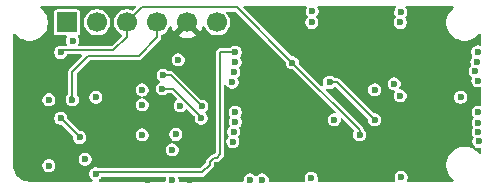
<source format=gbr>
%TF.GenerationSoftware,KiCad,Pcbnew,9.0.1*%
%TF.CreationDate,2025-08-04T21:34:24+02:00*%
%TF.ProjectId,rev1.0,72657631-2e30-42e6-9b69-6361645f7063,rev?*%
%TF.SameCoordinates,Original*%
%TF.FileFunction,Copper,L3,Inr*%
%TF.FilePolarity,Positive*%
%FSLAX46Y46*%
G04 Gerber Fmt 4.6, Leading zero omitted, Abs format (unit mm)*
G04 Created by KiCad (PCBNEW 9.0.1) date 2025-08-04 21:34:24*
%MOMM*%
%LPD*%
G01*
G04 APERTURE LIST*
%TA.AperFunction,ComponentPad*%
%ADD10R,1.700000X1.700000*%
%TD*%
%TA.AperFunction,ComponentPad*%
%ADD11C,1.700000*%
%TD*%
%TA.AperFunction,ViaPad*%
%ADD12C,0.600000*%
%TD*%
%TA.AperFunction,Conductor*%
%ADD13C,0.200000*%
%TD*%
G04 APERTURE END LIST*
D10*
%TO.N,PISO out*%
%TO.C,J1*%
X207010000Y-95885000D03*
D11*
%TO.N,SIPO in*%
X209550000Y-95885000D03*
%TO.N,Clock*%
X212090000Y-95885000D03*
%TO.N,Shift{slash}load*%
X214630000Y-95885000D03*
%TO.N,VCC*%
X217170000Y-95885000D03*
%TO.N,GND*%
X219710000Y-95885000D03*
%TD*%
D12*
%TO.N,GND*%
X208551832Y-107475378D03*
%TO.N,VCC*%
X205536535Y-100176279D03*
X206576293Y-105998922D03*
%TO.N,GND*%
X205470000Y-108000000D03*
X205470000Y-102425000D03*
%TO.N,SIPO in*%
X209447842Y-102230743D03*
%TO.N,GND*%
X207476294Y-97433704D03*
%TO.N,VCC*%
X211455000Y-100330000D03*
X210820000Y-100330000D03*
X211455000Y-102870000D03*
X210820000Y-102870000D03*
X210820000Y-105410000D03*
X211455000Y-105410000D03*
X210820000Y-106680000D03*
X211455000Y-106680000D03*
X210820000Y-107950000D03*
X211455000Y-107950000D03*
%TO.N,SIPO out*%
X209426139Y-108703471D03*
%TO.N,VCC*%
X204470000Y-104775000D03*
X204470000Y-97790000D03*
X204470000Y-99060000D03*
X204470000Y-98425000D03*
X204470000Y-103505000D03*
X204470000Y-104140000D03*
%TO.N,Clock*%
X206470000Y-104000000D03*
X208075732Y-105622014D03*
%TO.N,Shift{slash}load*%
X207470000Y-102425000D03*
%TO.N,Clock*%
X206470000Y-98425000D03*
%TO.N,VCC*%
X230556764Y-105358236D03*
X220345000Y-107950000D03*
X233045000Y-99060000D03*
X241589833Y-102239631D03*
X223520000Y-94996000D03*
X220980000Y-107950000D03*
X226934011Y-98367396D03*
X232410000Y-99060000D03*
X217424000Y-109220000D03*
X219710000Y-107950000D03*
X213868000Y-109220000D03*
X231775000Y-99060000D03*
X230505000Y-104775000D03*
%TO.N,GND*%
X235235000Y-95885000D03*
X235204000Y-102108000D03*
X227735000Y-95885000D03*
X229616000Y-104140000D03*
X227695226Y-109068412D03*
X227761953Y-94939361D03*
X235287856Y-109000215D03*
X235248499Y-95015136D03*
X234696000Y-101092000D03*
X223520000Y-109220000D03*
X222504000Y-109220000D03*
X215900000Y-109220000D03*
X240330558Y-102219643D03*
%TO.N,Net-(RN1-R4.2)*%
X213360000Y-105410000D03*
%TO.N,Net-(RN2-R3.2)*%
X218419793Y-102996024D03*
X215143489Y-100361727D03*
%TO.N,Net-(RN2-R2.2)*%
X218365909Y-103978347D03*
X215091735Y-101491698D03*
%TO.N,Net-(RN2-R4.2)*%
X216408000Y-99060000D03*
%TO.N,Net-(RN2-R1.2)*%
X216576921Y-102926367D03*
%TO.N,SIPO in*%
X233045000Y-101600000D03*
%TO.N,SIPO out*%
X221265000Y-98425000D03*
%TO.N,Net-(RN3-R1.1)*%
X241793421Y-100818455D03*
%TO.N,Net-(RN3-R2.1)*%
X241585000Y-100023904D03*
%TO.N,Net-(RN3-R3.1)*%
X241708754Y-99190257D03*
%TO.N,Net-(RN3-R4.1)*%
X241773873Y-98379399D03*
%TO.N,Net-(RN6-R3.1)*%
X241843353Y-104361437D03*
%TO.N,Net-(RN6-R4.1)*%
X241832882Y-103497403D03*
%TO.N,Net-(RN6-R2.1)*%
X241824311Y-105161213D03*
%TO.N,Net-(RN6-R1.1)*%
X241874969Y-105959610D03*
%TO.N,Net-(RN4-R4.1)*%
X220980000Y-100928346D03*
%TO.N,Net-(RN4-R2.1)*%
X221255220Y-99234227D03*
%TO.N,Net-(RN4-R3.1)*%
X221137989Y-100084157D03*
%TO.N,Net-(RN5-R1.1)*%
X221265000Y-103505000D03*
%TO.N,Net-(RN5-R3.1)*%
X221112634Y-105118470D03*
%TO.N,Net-(RN5-R2.1)*%
X221264999Y-104305000D03*
%TO.N,Net-(RN5-R4.1)*%
X221060000Y-105963162D03*
%TO.N,Clock*%
X231775000Y-105410000D03*
X226095889Y-99290867D03*
%TO.N,Shift{slash}load*%
X233045000Y-104140000D03*
X229235000Y-100965000D03*
%TO.N,Net-(RN1-R2.2)*%
X215900000Y-106680000D03*
X213360000Y-102870000D03*
%TO.N,Net-(RN1-R1.2)*%
X213360000Y-101600000D03*
%TO.N,Net-(RN1-R3.2)*%
X216226140Y-105368169D03*
%TD*%
D13*
%TO.N,Clock*%
X208075732Y-105605732D02*
X206470000Y-104000000D01*
X208075732Y-105622014D02*
X208075732Y-105605732D01*
%TO.N,SIPO out*%
X219964000Y-98425000D02*
X221265000Y-98425000D01*
X219964000Y-107061000D02*
X219964000Y-98425000D01*
X219109000Y-107701057D02*
X219461057Y-107349000D01*
X219109000Y-107916000D02*
X219109000Y-107701057D01*
X218440000Y-108585000D02*
X219109000Y-107916000D01*
X219461057Y-107349000D02*
X219676000Y-107349000D01*
X209307668Y-108585000D02*
X218440000Y-108585000D01*
X219676000Y-107349000D02*
X219964000Y-107061000D01*
%TO.N,Shift{slash}load*%
X213082688Y-98702312D02*
X214630000Y-97155000D01*
X208807407Y-98702312D02*
X213082688Y-98702312D01*
X214630000Y-97155000D02*
X214630000Y-95885000D01*
X207470000Y-100039719D02*
X208807407Y-98702312D01*
X207470000Y-102425000D02*
X207470000Y-100039719D01*
X207280000Y-102235000D02*
X207470000Y-102425000D01*
%TO.N,Clock*%
X212090000Y-97087081D02*
X212090000Y-95885000D01*
X206654318Y-98235000D02*
X210942081Y-98235000D01*
X206470000Y-98419318D02*
X206654318Y-98235000D01*
X210942081Y-98235000D02*
X212090000Y-97087081D01*
X206470000Y-98425000D02*
X206470000Y-98419318D01*
%TO.N,Net-(RN2-R3.2)*%
X215785496Y-100361727D02*
X215143489Y-100361727D01*
X218419793Y-102996024D02*
X215785496Y-100361727D01*
%TO.N,Net-(RN2-R2.2)*%
X215992195Y-101491698D02*
X215091735Y-101491698D01*
X218365909Y-103978347D02*
X218365909Y-103865412D01*
X218365909Y-103865412D02*
X215992195Y-101491698D01*
%TO.N,Clock*%
X226095889Y-99290867D02*
X221420022Y-94615000D01*
X221420022Y-94615000D02*
X213360000Y-94615000D01*
X226095889Y-99290867D02*
X231775000Y-104969978D01*
X231775000Y-104969978D02*
X231775000Y-105410000D01*
X213360000Y-94615000D02*
X212090000Y-95885000D01*
%TO.N,Shift{slash}load*%
X233045000Y-104140000D02*
X229870000Y-100965000D01*
X229870000Y-100965000D02*
X229235000Y-100965000D01*
%TD*%
%TA.AperFunction,Conductor*%
%TO.N,VCC*%
G36*
X212818002Y-94499407D02*
G01*
X212853966Y-94548907D01*
X212853966Y-94610093D01*
X212829814Y-94649504D01*
X212630707Y-94848609D01*
X212576191Y-94876386D01*
X212515765Y-94866818D01*
X212512445Y-94865126D01*
X212512438Y-94865123D01*
X212347706Y-94811598D01*
X212347702Y-94811597D01*
X212176614Y-94784500D01*
X212176611Y-94784500D01*
X212003389Y-94784500D01*
X212003386Y-94784500D01*
X211832297Y-94811597D01*
X211832293Y-94811598D01*
X211667561Y-94865123D01*
X211667558Y-94865125D01*
X211513214Y-94943766D01*
X211373073Y-95045585D01*
X211250585Y-95168073D01*
X211148766Y-95308214D01*
X211070125Y-95462558D01*
X211070123Y-95462561D01*
X211016598Y-95627293D01*
X211016597Y-95627297D01*
X210989500Y-95798385D01*
X210989500Y-95971614D01*
X211016597Y-96142702D01*
X211016598Y-96142706D01*
X211070123Y-96307438D01*
X211070125Y-96307441D01*
X211135373Y-96435500D01*
X211148768Y-96461788D01*
X211250586Y-96601928D01*
X211373072Y-96724414D01*
X211513212Y-96826232D01*
X211513214Y-96826233D01*
X211618332Y-96879793D01*
X211661597Y-96923058D01*
X211671168Y-96983490D01*
X211643391Y-97038006D01*
X211643391Y-97038007D01*
X210825895Y-97855504D01*
X210771378Y-97883281D01*
X210755891Y-97884500D01*
X208023162Y-97884500D01*
X207964971Y-97865593D01*
X207929007Y-97816093D01*
X207929007Y-97754907D01*
X207937426Y-97736000D01*
X207989276Y-97646193D01*
X207989276Y-97646191D01*
X207989278Y-97646189D01*
X208026794Y-97506179D01*
X208026794Y-97361229D01*
X207989278Y-97221219D01*
X207922597Y-97105725D01*
X207909876Y-97045878D01*
X207934762Y-96989983D01*
X207953334Y-96973910D01*
X208040597Y-96915604D01*
X208040597Y-96915603D01*
X208040601Y-96915601D01*
X208095966Y-96832740D01*
X208110500Y-96759674D01*
X208110500Y-95798385D01*
X208449500Y-95798385D01*
X208449500Y-95971614D01*
X208476597Y-96142702D01*
X208476598Y-96142706D01*
X208530123Y-96307438D01*
X208530125Y-96307441D01*
X208595373Y-96435500D01*
X208608768Y-96461788D01*
X208710586Y-96601928D01*
X208833072Y-96724414D01*
X208973212Y-96826232D01*
X209127555Y-96904873D01*
X209127557Y-96904873D01*
X209127558Y-96904874D01*
X209127561Y-96904876D01*
X209292293Y-96958401D01*
X209292297Y-96958402D01*
X209463386Y-96985500D01*
X209463389Y-96985500D01*
X209636614Y-96985500D01*
X209807702Y-96958402D01*
X209807706Y-96958401D01*
X209972438Y-96904876D01*
X209972440Y-96904874D01*
X209972445Y-96904873D01*
X210126788Y-96826232D01*
X210266928Y-96724414D01*
X210389414Y-96601928D01*
X210491232Y-96461788D01*
X210569873Y-96307445D01*
X210569874Y-96307440D01*
X210569876Y-96307438D01*
X210623401Y-96142706D01*
X210623402Y-96142702D01*
X210650500Y-95971614D01*
X210650500Y-95798385D01*
X210623402Y-95627297D01*
X210623401Y-95627293D01*
X210569876Y-95462561D01*
X210569874Y-95462558D01*
X210569873Y-95462557D01*
X210569873Y-95462555D01*
X210491232Y-95308212D01*
X210389414Y-95168072D01*
X210266928Y-95045586D01*
X210126788Y-94943768D01*
X210126787Y-94943767D01*
X210126785Y-94943766D01*
X209972441Y-94865125D01*
X209972438Y-94865123D01*
X209807706Y-94811598D01*
X209807702Y-94811597D01*
X209636614Y-94784500D01*
X209636611Y-94784500D01*
X209463389Y-94784500D01*
X209463386Y-94784500D01*
X209292297Y-94811597D01*
X209292293Y-94811598D01*
X209127561Y-94865123D01*
X209127558Y-94865125D01*
X208973214Y-94943766D01*
X208833073Y-95045585D01*
X208710585Y-95168073D01*
X208608766Y-95308214D01*
X208530125Y-95462558D01*
X208530123Y-95462561D01*
X208476598Y-95627293D01*
X208476597Y-95627297D01*
X208449500Y-95798385D01*
X208110500Y-95798385D01*
X208110500Y-95010326D01*
X208095966Y-94937260D01*
X208054311Y-94874918D01*
X208040602Y-94854400D01*
X208040599Y-94854397D01*
X207957742Y-94799035D01*
X207957740Y-94799034D01*
X207957737Y-94799033D01*
X207957736Y-94799033D01*
X207884684Y-94784501D01*
X207884674Y-94784500D01*
X206135326Y-94784500D01*
X206135325Y-94784500D01*
X206135315Y-94784501D01*
X206062263Y-94799033D01*
X206062257Y-94799035D01*
X205979400Y-94854397D01*
X205979397Y-94854400D01*
X205924035Y-94937257D01*
X205924033Y-94937263D01*
X205909501Y-95010315D01*
X205909500Y-95010327D01*
X205909500Y-96759672D01*
X205909501Y-96759684D01*
X205924033Y-96832736D01*
X205924035Y-96832742D01*
X205979397Y-96915599D01*
X205979400Y-96915602D01*
X206030045Y-96949441D01*
X206062260Y-96970966D01*
X206117808Y-96982015D01*
X206135315Y-96985498D01*
X206135320Y-96985498D01*
X206135326Y-96985500D01*
X206927929Y-96985500D01*
X206986120Y-97004407D01*
X207022084Y-97053907D01*
X207022084Y-97115093D01*
X207013666Y-97134000D01*
X206963310Y-97221217D01*
X206925794Y-97361229D01*
X206925794Y-97506178D01*
X206963311Y-97646193D01*
X207015162Y-97736000D01*
X207027884Y-97795848D01*
X207002998Y-97851744D01*
X206950010Y-97882337D01*
X206929426Y-97884500D01*
X206601686Y-97884500D01*
X206601686Y-97883978D01*
X206570126Y-97881908D01*
X206542477Y-97874500D01*
X206542475Y-97874500D01*
X206397525Y-97874500D01*
X206362153Y-97883978D01*
X206257510Y-97912017D01*
X206131989Y-97984487D01*
X206029487Y-98086989D01*
X205957017Y-98212510D01*
X205919500Y-98352525D01*
X205919500Y-98497474D01*
X205957017Y-98637489D01*
X206029487Y-98763010D01*
X206029489Y-98763012D01*
X206029491Y-98763015D01*
X206131985Y-98865509D01*
X206131987Y-98865510D01*
X206131989Y-98865512D01*
X206257511Y-98937982D01*
X206257512Y-98937982D01*
X206257515Y-98937984D01*
X206397525Y-98975500D01*
X206397526Y-98975500D01*
X206542474Y-98975500D01*
X206542475Y-98975500D01*
X206682485Y-98937984D01*
X206682487Y-98937982D01*
X206682489Y-98937982D01*
X206808010Y-98865512D01*
X206808010Y-98865511D01*
X206808015Y-98865509D01*
X206910509Y-98763015D01*
X206982984Y-98637485D01*
X206982984Y-98637482D01*
X206984418Y-98635000D01*
X207029888Y-98594059D01*
X207070155Y-98585500D01*
X208189529Y-98585500D01*
X208247720Y-98604407D01*
X208283684Y-98653907D01*
X208283684Y-98715093D01*
X208259533Y-98754504D01*
X207189530Y-99824507D01*
X207143386Y-99904431D01*
X207119837Y-99992320D01*
X207119500Y-99993576D01*
X207119500Y-101865784D01*
X207100593Y-101923975D01*
X207070004Y-101951518D01*
X207064790Y-101954528D01*
X206999530Y-102019788D01*
X206953384Y-102099715D01*
X206929501Y-102188855D01*
X206929501Y-102281152D01*
X206929937Y-102284467D01*
X206927411Y-102322998D01*
X206919500Y-102352525D01*
X206919500Y-102497475D01*
X206943851Y-102588352D01*
X206957017Y-102637489D01*
X207029487Y-102763010D01*
X207029489Y-102763012D01*
X207029491Y-102763015D01*
X207131985Y-102865509D01*
X207131987Y-102865510D01*
X207131989Y-102865512D01*
X207257511Y-102937982D01*
X207257512Y-102937982D01*
X207257515Y-102937984D01*
X207397525Y-102975500D01*
X207397526Y-102975500D01*
X207542474Y-102975500D01*
X207542475Y-102975500D01*
X207682485Y-102937984D01*
X207682487Y-102937982D01*
X207682489Y-102937982D01*
X207808010Y-102865512D01*
X207808010Y-102865511D01*
X207808015Y-102865509D01*
X207910509Y-102763015D01*
X207963489Y-102671252D01*
X207982982Y-102637489D01*
X207982982Y-102637487D01*
X207982984Y-102637485D01*
X208020500Y-102497475D01*
X208020500Y-102352525D01*
X207982984Y-102212515D01*
X207982981Y-102212510D01*
X207976497Y-102201278D01*
X207976496Y-102201276D01*
X207951665Y-102158268D01*
X208897342Y-102158268D01*
X208897342Y-102303218D01*
X208926861Y-102413383D01*
X208934859Y-102443232D01*
X209007329Y-102568753D01*
X209007331Y-102568755D01*
X209007333Y-102568758D01*
X209109827Y-102671252D01*
X209109829Y-102671253D01*
X209109831Y-102671255D01*
X209235353Y-102743725D01*
X209235354Y-102743725D01*
X209235357Y-102743727D01*
X209375367Y-102781243D01*
X209375368Y-102781243D01*
X209520316Y-102781243D01*
X209520317Y-102781243D01*
X209660327Y-102743727D01*
X209660329Y-102743725D01*
X209660331Y-102743725D01*
X209785852Y-102671255D01*
X209785852Y-102671254D01*
X209785857Y-102671252D01*
X209888351Y-102568758D01*
X209894760Y-102557658D01*
X209960824Y-102443232D01*
X209960824Y-102443230D01*
X209960826Y-102443228D01*
X209998342Y-102303218D01*
X209998342Y-102158268D01*
X209960826Y-102018258D01*
X209960824Y-102018255D01*
X209960824Y-102018253D01*
X209888354Y-101892732D01*
X209888352Y-101892730D01*
X209888351Y-101892728D01*
X209785857Y-101790234D01*
X209785854Y-101790232D01*
X209785852Y-101790230D01*
X209660330Y-101717760D01*
X209660331Y-101717760D01*
X209609661Y-101704183D01*
X209520317Y-101680243D01*
X209375367Y-101680243D01*
X209313632Y-101696784D01*
X209235352Y-101717760D01*
X209109831Y-101790230D01*
X209007329Y-101892732D01*
X208934859Y-102018253D01*
X208934858Y-102018258D01*
X208897342Y-102158268D01*
X207951665Y-102158268D01*
X207910512Y-102086989D01*
X207910508Y-102086984D01*
X207849496Y-102025971D01*
X207821719Y-101971454D01*
X207820500Y-101955968D01*
X207820500Y-101527525D01*
X212809500Y-101527525D01*
X212809500Y-101672475D01*
X212817996Y-101704183D01*
X212847017Y-101812489D01*
X212919487Y-101938010D01*
X212919489Y-101938012D01*
X212919491Y-101938015D01*
X213021985Y-102040509D01*
X213021987Y-102040510D01*
X213021989Y-102040512D01*
X213147509Y-102112981D01*
X213147510Y-102112981D01*
X213147515Y-102112984D01*
X213246002Y-102139373D01*
X213297315Y-102172698D01*
X213319241Y-102229819D01*
X213303405Y-102288920D01*
X213255855Y-102327425D01*
X213246010Y-102330623D01*
X213147515Y-102357016D01*
X213147513Y-102357016D01*
X213147509Y-102357018D01*
X213021989Y-102429487D01*
X212919487Y-102531989D01*
X212847017Y-102657510D01*
X212823916Y-102743725D01*
X212809500Y-102797525D01*
X212809500Y-102942475D01*
X212824604Y-102998842D01*
X212847017Y-103082489D01*
X212919487Y-103208010D01*
X212919489Y-103208012D01*
X212919491Y-103208015D01*
X213021985Y-103310509D01*
X213021987Y-103310510D01*
X213021989Y-103310512D01*
X213147511Y-103382982D01*
X213147512Y-103382982D01*
X213147515Y-103382984D01*
X213287525Y-103420500D01*
X213287526Y-103420500D01*
X213432474Y-103420500D01*
X213432475Y-103420500D01*
X213572485Y-103382984D01*
X213572487Y-103382982D01*
X213572489Y-103382982D01*
X213698010Y-103310512D01*
X213698010Y-103310511D01*
X213698015Y-103310509D01*
X213800509Y-103208015D01*
X213822939Y-103169165D01*
X213872982Y-103082489D01*
X213872982Y-103082487D01*
X213872984Y-103082485D01*
X213910500Y-102942475D01*
X213910500Y-102797525D01*
X213872984Y-102657515D01*
X213872982Y-102657512D01*
X213872982Y-102657510D01*
X213800512Y-102531989D01*
X213800510Y-102531987D01*
X213800509Y-102531985D01*
X213698015Y-102429491D01*
X213698012Y-102429489D01*
X213698010Y-102429487D01*
X213572488Y-102357017D01*
X213572489Y-102357017D01*
X213555728Y-102352526D01*
X213473997Y-102330626D01*
X213422684Y-102297303D01*
X213400758Y-102240181D01*
X213416594Y-102181081D01*
X213464144Y-102142575D01*
X213473989Y-102139376D01*
X213572485Y-102112984D01*
X213572487Y-102112982D01*
X213572489Y-102112982D01*
X213698010Y-102040512D01*
X213698010Y-102040511D01*
X213698015Y-102040509D01*
X213800509Y-101938015D01*
X213808615Y-101923975D01*
X213872982Y-101812489D01*
X213872982Y-101812487D01*
X213872984Y-101812485D01*
X213910500Y-101672475D01*
X213910500Y-101527525D01*
X213886607Y-101438356D01*
X213886607Y-101438354D01*
X213881481Y-101419223D01*
X214541235Y-101419223D01*
X214541235Y-101564173D01*
X214562223Y-101642500D01*
X214578752Y-101704187D01*
X214651222Y-101829708D01*
X214651224Y-101829710D01*
X214651226Y-101829713D01*
X214753720Y-101932207D01*
X214753722Y-101932208D01*
X214753724Y-101932210D01*
X214879246Y-102004680D01*
X214879247Y-102004680D01*
X214879250Y-102004682D01*
X215019260Y-102042198D01*
X215019261Y-102042198D01*
X215164209Y-102042198D01*
X215164210Y-102042198D01*
X215304220Y-102004682D01*
X215304222Y-102004680D01*
X215304224Y-102004680D01*
X215429745Y-101932210D01*
X215429745Y-101932209D01*
X215429750Y-101932207D01*
X215469229Y-101892728D01*
X215490764Y-101871194D01*
X215545281Y-101843417D01*
X215560767Y-101842198D01*
X215806005Y-101842198D01*
X215864196Y-101861105D01*
X215876009Y-101871194D01*
X216307289Y-102302474D01*
X216335066Y-102356991D01*
X216325495Y-102417423D01*
X216286785Y-102458214D01*
X216238910Y-102485854D01*
X216136408Y-102588356D01*
X216063938Y-102713877D01*
X216045272Y-102783539D01*
X216026421Y-102853892D01*
X216026421Y-102998842D01*
X216045086Y-103068499D01*
X216063938Y-103138856D01*
X216136408Y-103264377D01*
X216136410Y-103264379D01*
X216136412Y-103264382D01*
X216238906Y-103366876D01*
X216238908Y-103366877D01*
X216238910Y-103366879D01*
X216364432Y-103439349D01*
X216364433Y-103439349D01*
X216364436Y-103439351D01*
X216504446Y-103476867D01*
X216504447Y-103476867D01*
X216649395Y-103476867D01*
X216649396Y-103476867D01*
X216789406Y-103439351D01*
X216789408Y-103439349D01*
X216789410Y-103439349D01*
X216914931Y-103366879D01*
X216914931Y-103366878D01*
X216914936Y-103366876D01*
X217017430Y-103264382D01*
X217045074Y-103216501D01*
X217090541Y-103175562D01*
X217151391Y-103169165D01*
X217200813Y-103195998D01*
X217795127Y-103790312D01*
X217822904Y-103844829D01*
X217820750Y-103885937D01*
X217815409Y-103905869D01*
X217815409Y-103905872D01*
X217815409Y-104050822D01*
X217826581Y-104092515D01*
X217852926Y-104190836D01*
X217925396Y-104316357D01*
X217925398Y-104316359D01*
X217925400Y-104316362D01*
X218027894Y-104418856D01*
X218027896Y-104418857D01*
X218027898Y-104418859D01*
X218153420Y-104491329D01*
X218153421Y-104491329D01*
X218153424Y-104491331D01*
X218293434Y-104528847D01*
X218293435Y-104528847D01*
X218438383Y-104528847D01*
X218438384Y-104528847D01*
X218578394Y-104491331D01*
X218578396Y-104491329D01*
X218578398Y-104491329D01*
X218703919Y-104418859D01*
X218703919Y-104418858D01*
X218703924Y-104418856D01*
X218806418Y-104316362D01*
X218806421Y-104316357D01*
X218878891Y-104190836D01*
X218878891Y-104190834D01*
X218878893Y-104190832D01*
X218916409Y-104050822D01*
X218916409Y-103905872D01*
X218878893Y-103765862D01*
X218878891Y-103765859D01*
X218878891Y-103765857D01*
X218806421Y-103640336D01*
X218806419Y-103640334D01*
X218806418Y-103640332D01*
X218749819Y-103583733D01*
X218722044Y-103529219D01*
X218731615Y-103468787D01*
X218753987Y-103441889D01*
X218753219Y-103441121D01*
X218757805Y-103436534D01*
X218757808Y-103436533D01*
X218860302Y-103334039D01*
X218860305Y-103334034D01*
X218932775Y-103208513D01*
X218932775Y-103208511D01*
X218932777Y-103208509D01*
X218970293Y-103068499D01*
X218970293Y-102923549D01*
X218932777Y-102783539D01*
X218932775Y-102783536D01*
X218932775Y-102783534D01*
X218860305Y-102658013D01*
X218860303Y-102658011D01*
X218860302Y-102658009D01*
X218757808Y-102555515D01*
X218757805Y-102555513D01*
X218757803Y-102555511D01*
X218632281Y-102483041D01*
X218632282Y-102483041D01*
X218539627Y-102458214D01*
X218492268Y-102445524D01*
X218492267Y-102445524D01*
X218405983Y-102445524D01*
X218347792Y-102426617D01*
X218335979Y-102416528D01*
X217168752Y-101249301D01*
X216000708Y-100081257D01*
X215920784Y-100035113D01*
X215831640Y-100011227D01*
X215831638Y-100011227D01*
X215612521Y-100011227D01*
X215554330Y-99992320D01*
X215542518Y-99982231D01*
X215481504Y-99921218D01*
X215481499Y-99921214D01*
X215355977Y-99848744D01*
X215355978Y-99848744D01*
X215265525Y-99824507D01*
X215215964Y-99811227D01*
X215071014Y-99811227D01*
X215021453Y-99824507D01*
X214930999Y-99848744D01*
X214805478Y-99921214D01*
X214702976Y-100023716D01*
X214630506Y-100149237D01*
X214628525Y-100156631D01*
X214592989Y-100289252D01*
X214592989Y-100434202D01*
X214597763Y-100452017D01*
X214630506Y-100574216D01*
X214702976Y-100699737D01*
X214702978Y-100699739D01*
X214702980Y-100699742D01*
X214805474Y-100802236D01*
X214805476Y-100802237D01*
X214805478Y-100802239D01*
X214846695Y-100826036D01*
X214887636Y-100871506D01*
X214894032Y-100932356D01*
X214863439Y-100985344D01*
X214846696Y-100997508D01*
X214753722Y-101051187D01*
X214651222Y-101153687D01*
X214578752Y-101279208D01*
X214549732Y-101387511D01*
X214541235Y-101419223D01*
X213881481Y-101419223D01*
X213872984Y-101387515D01*
X213872982Y-101387511D01*
X213800512Y-101261989D01*
X213800510Y-101261987D01*
X213800509Y-101261985D01*
X213698015Y-101159491D01*
X213698012Y-101159489D01*
X213698010Y-101159487D01*
X213572488Y-101087017D01*
X213572489Y-101087017D01*
X213542896Y-101079087D01*
X213432475Y-101049500D01*
X213287525Y-101049500D01*
X213225790Y-101066041D01*
X213147510Y-101087017D01*
X213021989Y-101159487D01*
X212919487Y-101261989D01*
X212847017Y-101387510D01*
X212821065Y-101484364D01*
X212809500Y-101527525D01*
X207820500Y-101527525D01*
X207820500Y-100225909D01*
X207839407Y-100167718D01*
X207849496Y-100155905D01*
X208923593Y-99081808D01*
X208978110Y-99054031D01*
X208993597Y-99052812D01*
X213128830Y-99052812D01*
X213128832Y-99052812D01*
X213217976Y-99028926D01*
X213250069Y-99010397D01*
X213289685Y-98987525D01*
X215857500Y-98987525D01*
X215857500Y-99132474D01*
X215895017Y-99272489D01*
X215967487Y-99398010D01*
X215967489Y-99398012D01*
X215967491Y-99398015D01*
X216069985Y-99500509D01*
X216069987Y-99500510D01*
X216069989Y-99500512D01*
X216195511Y-99572982D01*
X216195512Y-99572982D01*
X216195515Y-99572984D01*
X216335525Y-99610500D01*
X216335526Y-99610500D01*
X216480474Y-99610500D01*
X216480475Y-99610500D01*
X216620485Y-99572984D01*
X216620487Y-99572982D01*
X216620489Y-99572982D01*
X216746010Y-99500512D01*
X216746010Y-99500511D01*
X216746015Y-99500509D01*
X216848509Y-99398015D01*
X216878722Y-99345685D01*
X216920982Y-99272489D01*
X216920982Y-99272487D01*
X216920984Y-99272485D01*
X216958500Y-99132475D01*
X216958500Y-98987525D01*
X216920984Y-98847515D01*
X216920982Y-98847512D01*
X216920982Y-98847510D01*
X216848512Y-98721989D01*
X216848510Y-98721987D01*
X216848509Y-98721985D01*
X216746015Y-98619491D01*
X216746012Y-98619489D01*
X216746010Y-98619487D01*
X216620488Y-98547017D01*
X216620489Y-98547017D01*
X216590896Y-98539087D01*
X216480475Y-98509500D01*
X216335525Y-98509500D01*
X216273790Y-98526041D01*
X216195510Y-98547017D01*
X216069989Y-98619487D01*
X215967487Y-98721989D01*
X215895017Y-98847510D01*
X215857500Y-98987525D01*
X213289685Y-98987525D01*
X213297900Y-98982782D01*
X214910470Y-97370212D01*
X214956614Y-97290288D01*
X214958268Y-97284115D01*
X214975122Y-97221218D01*
X214980499Y-97201146D01*
X214980500Y-97201143D01*
X214980500Y-97000177D01*
X214987968Y-96977190D01*
X214992246Y-96953404D01*
X214996984Y-96949441D01*
X214999407Y-96941986D01*
X215036402Y-96911050D01*
X215042480Y-96908110D01*
X215052445Y-96904873D01*
X215206788Y-96826232D01*
X215346928Y-96724414D01*
X215469414Y-96601928D01*
X215571232Y-96461788D01*
X215649873Y-96307445D01*
X215674675Y-96231111D01*
X215710639Y-96181612D01*
X215768830Y-96162705D01*
X215827021Y-96181612D01*
X215862985Y-96231112D01*
X215918904Y-96403215D01*
X216015376Y-96592553D01*
X216015380Y-96592559D01*
X216054728Y-96646716D01*
X216054729Y-96646716D01*
X216687037Y-96014407D01*
X216704075Y-96077993D01*
X216769901Y-96192007D01*
X216862993Y-96285099D01*
X216977007Y-96350925D01*
X217040589Y-96367962D01*
X216408282Y-97000269D01*
X216408282Y-97000270D01*
X216462440Y-97039619D01*
X216462446Y-97039623D01*
X216651784Y-97136095D01*
X216853878Y-97201759D01*
X217063750Y-97235000D01*
X217276250Y-97235000D01*
X217486121Y-97201759D01*
X217688215Y-97136095D01*
X217877556Y-97039620D01*
X217931716Y-97000270D01*
X217299408Y-96367962D01*
X217362993Y-96350925D01*
X217477007Y-96285099D01*
X217570099Y-96192007D01*
X217635925Y-96077993D01*
X217652962Y-96014408D01*
X218285270Y-96646716D01*
X218324620Y-96592556D01*
X218421096Y-96403213D01*
X218477014Y-96231113D01*
X218512978Y-96181613D01*
X218571168Y-96162705D01*
X218629359Y-96181612D01*
X218665323Y-96231111D01*
X218690125Y-96307441D01*
X218755373Y-96435500D01*
X218768768Y-96461788D01*
X218870586Y-96601928D01*
X218993072Y-96724414D01*
X219133212Y-96826232D01*
X219287555Y-96904873D01*
X219287557Y-96904873D01*
X219287558Y-96904874D01*
X219287561Y-96904876D01*
X219452293Y-96958401D01*
X219452297Y-96958402D01*
X219623386Y-96985500D01*
X219623389Y-96985500D01*
X219796614Y-96985500D01*
X219967702Y-96958402D01*
X219967706Y-96958401D01*
X220132438Y-96904876D01*
X220132440Y-96904874D01*
X220132445Y-96904873D01*
X220286788Y-96826232D01*
X220426928Y-96724414D01*
X220549414Y-96601928D01*
X220651232Y-96461788D01*
X220729873Y-96307445D01*
X220729874Y-96307440D01*
X220729876Y-96307438D01*
X220783401Y-96142706D01*
X220783402Y-96142702D01*
X220810500Y-95971614D01*
X220810500Y-95798385D01*
X220783402Y-95627297D01*
X220783401Y-95627293D01*
X220729876Y-95462561D01*
X220729874Y-95462558D01*
X220729873Y-95462557D01*
X220729873Y-95462555D01*
X220651232Y-95308212D01*
X220549414Y-95168072D01*
X220515843Y-95134501D01*
X220488068Y-95079987D01*
X220497639Y-95019555D01*
X220540904Y-94976290D01*
X220585849Y-94965500D01*
X221233832Y-94965500D01*
X221292023Y-94984407D01*
X221303836Y-94994496D01*
X225516393Y-99207053D01*
X225544170Y-99261570D01*
X225545389Y-99277057D01*
X225545389Y-99363342D01*
X225567729Y-99446716D01*
X225582906Y-99503356D01*
X225655376Y-99628877D01*
X225655378Y-99628879D01*
X225655380Y-99628882D01*
X225757874Y-99731376D01*
X225757876Y-99731377D01*
X225757878Y-99731379D01*
X225883400Y-99803849D01*
X225883401Y-99803849D01*
X225883404Y-99803851D01*
X226023414Y-99841367D01*
X226109699Y-99841367D01*
X226167890Y-99860274D01*
X226179703Y-99870363D01*
X229729836Y-103420496D01*
X229757613Y-103475013D01*
X229748042Y-103535445D01*
X229704777Y-103578710D01*
X229659832Y-103589500D01*
X229543525Y-103589500D01*
X229481790Y-103606041D01*
X229403510Y-103627017D01*
X229277989Y-103699487D01*
X229175487Y-103801989D01*
X229103017Y-103927510D01*
X229079893Y-104013810D01*
X229065500Y-104067525D01*
X229065500Y-104212475D01*
X229085995Y-104288962D01*
X229103017Y-104352489D01*
X229175487Y-104478010D01*
X229175489Y-104478012D01*
X229175491Y-104478015D01*
X229277985Y-104580509D01*
X229277987Y-104580510D01*
X229277989Y-104580512D01*
X229403511Y-104652982D01*
X229403512Y-104652982D01*
X229403515Y-104652984D01*
X229543525Y-104690500D01*
X229543526Y-104690500D01*
X229688474Y-104690500D01*
X229688475Y-104690500D01*
X229828485Y-104652984D01*
X229828487Y-104652982D01*
X229828489Y-104652982D01*
X229954010Y-104580512D01*
X229954010Y-104580511D01*
X229954015Y-104580509D01*
X230056509Y-104478015D01*
X230056512Y-104478010D01*
X230128982Y-104352489D01*
X230128982Y-104352487D01*
X230128984Y-104352485D01*
X230166500Y-104212475D01*
X230166500Y-104096168D01*
X230185407Y-104037977D01*
X230234907Y-104002013D01*
X230296093Y-104002013D01*
X230335504Y-104026164D01*
X231297917Y-104988577D01*
X231325694Y-105043094D01*
X231316123Y-105103526D01*
X231313650Y-105108080D01*
X231262017Y-105197511D01*
X231262016Y-105197515D01*
X231224500Y-105337525D01*
X231224500Y-105482475D01*
X231246599Y-105564948D01*
X231262017Y-105622489D01*
X231334487Y-105748010D01*
X231334489Y-105748012D01*
X231334491Y-105748015D01*
X231436985Y-105850509D01*
X231436987Y-105850510D01*
X231436989Y-105850512D01*
X231562511Y-105922982D01*
X231562512Y-105922982D01*
X231562515Y-105922984D01*
X231702525Y-105960500D01*
X231702526Y-105960500D01*
X231847474Y-105960500D01*
X231847475Y-105960500D01*
X231987485Y-105922984D01*
X231987487Y-105922982D01*
X231987489Y-105922982D01*
X232113010Y-105850512D01*
X232113010Y-105850511D01*
X232113015Y-105850509D01*
X232215509Y-105748015D01*
X232239663Y-105706179D01*
X232287982Y-105622489D01*
X232287982Y-105622487D01*
X232287984Y-105622485D01*
X232325500Y-105482475D01*
X232325500Y-105337525D01*
X232287984Y-105197515D01*
X232287982Y-105197511D01*
X232287982Y-105197510D01*
X232215512Y-105071989D01*
X232215508Y-105071984D01*
X232154496Y-105010971D01*
X232126719Y-104956454D01*
X232125500Y-104940968D01*
X232125500Y-104923835D01*
X232118314Y-104897016D01*
X232101614Y-104834690D01*
X232080425Y-104797990D01*
X232055470Y-104754766D01*
X228950698Y-101649994D01*
X228922921Y-101595477D01*
X228932492Y-101535045D01*
X228975757Y-101491780D01*
X229036189Y-101482209D01*
X229046322Y-101484363D01*
X229162522Y-101515499D01*
X229162524Y-101515500D01*
X229162525Y-101515500D01*
X229307474Y-101515500D01*
X229307475Y-101515500D01*
X229447485Y-101477984D01*
X229447487Y-101477982D01*
X229447489Y-101477982D01*
X229573010Y-101405512D01*
X229573010Y-101405511D01*
X229573015Y-101405509D01*
X229623918Y-101354605D01*
X229678432Y-101326829D01*
X229738864Y-101336400D01*
X229763924Y-101354606D01*
X232465504Y-104056186D01*
X232493281Y-104110703D01*
X232494500Y-104126190D01*
X232494500Y-104212475D01*
X232514995Y-104288962D01*
X232532017Y-104352489D01*
X232604487Y-104478010D01*
X232604489Y-104478012D01*
X232604491Y-104478015D01*
X232706985Y-104580509D01*
X232706987Y-104580510D01*
X232706989Y-104580512D01*
X232832511Y-104652982D01*
X232832512Y-104652982D01*
X232832515Y-104652984D01*
X232972525Y-104690500D01*
X232972526Y-104690500D01*
X233117474Y-104690500D01*
X233117475Y-104690500D01*
X233257485Y-104652984D01*
X233257487Y-104652982D01*
X233257489Y-104652982D01*
X233383010Y-104580512D01*
X233383010Y-104580511D01*
X233383015Y-104580509D01*
X233485509Y-104478015D01*
X233485512Y-104478010D01*
X233557982Y-104352489D01*
X233557982Y-104352487D01*
X233557984Y-104352485D01*
X233595500Y-104212475D01*
X233595500Y-104067525D01*
X233557984Y-103927515D01*
X233557982Y-103927512D01*
X233557982Y-103927510D01*
X233485512Y-103801989D01*
X233485510Y-103801987D01*
X233485509Y-103801985D01*
X233383015Y-103699491D01*
X233383012Y-103699489D01*
X233383010Y-103699487D01*
X233257488Y-103627017D01*
X233257489Y-103627017D01*
X233227896Y-103619087D01*
X233117475Y-103589500D01*
X233117474Y-103589500D01*
X233031190Y-103589500D01*
X232972999Y-103570593D01*
X232961186Y-103560504D01*
X231989034Y-102588352D01*
X230928207Y-101527525D01*
X232494500Y-101527525D01*
X232494500Y-101672475D01*
X232502996Y-101704183D01*
X232532017Y-101812489D01*
X232604487Y-101938010D01*
X232604489Y-101938012D01*
X232604491Y-101938015D01*
X232706985Y-102040509D01*
X232706987Y-102040510D01*
X232706989Y-102040512D01*
X232832511Y-102112982D01*
X232832512Y-102112982D01*
X232832515Y-102112984D01*
X232972525Y-102150500D01*
X232972526Y-102150500D01*
X233117474Y-102150500D01*
X233117475Y-102150500D01*
X233257485Y-102112984D01*
X233257487Y-102112982D01*
X233257489Y-102112982D01*
X233383010Y-102040512D01*
X233383010Y-102040511D01*
X233383015Y-102040509D01*
X233485509Y-101938015D01*
X233493615Y-101923975D01*
X233557982Y-101812489D01*
X233557982Y-101812487D01*
X233557984Y-101812485D01*
X233595500Y-101672475D01*
X233595500Y-101527525D01*
X233557984Y-101387515D01*
X233557982Y-101387511D01*
X233557982Y-101387510D01*
X233485512Y-101261989D01*
X233485510Y-101261987D01*
X233485509Y-101261985D01*
X233383015Y-101159491D01*
X233383012Y-101159489D01*
X233383010Y-101159487D01*
X233277848Y-101098772D01*
X233277847Y-101098772D01*
X233257487Y-101087017D01*
X233257486Y-101087016D01*
X233257485Y-101087016D01*
X233117475Y-101049500D01*
X232972525Y-101049500D01*
X232910790Y-101066041D01*
X232832510Y-101087017D01*
X232706989Y-101159487D01*
X232604487Y-101261989D01*
X232532017Y-101387510D01*
X232506065Y-101484364D01*
X232494500Y-101527525D01*
X230928207Y-101527525D01*
X230420207Y-101019525D01*
X234145500Y-101019525D01*
X234145500Y-101164475D01*
X234154118Y-101196638D01*
X234183017Y-101304489D01*
X234255487Y-101430010D01*
X234255489Y-101430012D01*
X234255491Y-101430015D01*
X234357985Y-101532509D01*
X234357987Y-101532510D01*
X234357989Y-101532512D01*
X234483511Y-101604982D01*
X234483512Y-101604982D01*
X234483515Y-101604984D01*
X234623525Y-101642500D01*
X234623526Y-101642500D01*
X234665621Y-101642500D01*
X234723812Y-101661407D01*
X234759776Y-101710907D01*
X234759776Y-101772093D01*
X234751357Y-101791000D01*
X234691017Y-101895510D01*
X234681184Y-101932207D01*
X234653500Y-102035525D01*
X234653500Y-102180475D01*
X234680477Y-102281152D01*
X234691017Y-102320489D01*
X234763487Y-102446010D01*
X234763489Y-102446012D01*
X234763491Y-102446015D01*
X234865985Y-102548509D01*
X234865987Y-102548510D01*
X234865989Y-102548512D01*
X234991511Y-102620982D01*
X234991512Y-102620982D01*
X234991515Y-102620984D01*
X235131525Y-102658500D01*
X235131526Y-102658500D01*
X235276474Y-102658500D01*
X235276475Y-102658500D01*
X235416485Y-102620984D01*
X235416487Y-102620982D01*
X235416489Y-102620982D01*
X235542010Y-102548512D01*
X235542010Y-102548511D01*
X235542015Y-102548509D01*
X235644509Y-102446015D01*
X235644512Y-102446010D01*
X235716982Y-102320489D01*
X235716982Y-102320487D01*
X235716984Y-102320485D01*
X235754500Y-102180475D01*
X235754500Y-102147168D01*
X239780058Y-102147168D01*
X239780058Y-102292118D01*
X239797441Y-102356991D01*
X239817575Y-102432132D01*
X239890045Y-102557653D01*
X239890047Y-102557655D01*
X239890049Y-102557658D01*
X239992543Y-102660152D01*
X239992545Y-102660153D01*
X239992547Y-102660155D01*
X240118069Y-102732625D01*
X240118070Y-102732625D01*
X240118073Y-102732627D01*
X240258083Y-102770143D01*
X240258084Y-102770143D01*
X240403032Y-102770143D01*
X240403033Y-102770143D01*
X240543043Y-102732627D01*
X240543045Y-102732625D01*
X240543047Y-102732625D01*
X240668568Y-102660155D01*
X240668568Y-102660154D01*
X240668573Y-102660152D01*
X240771067Y-102557658D01*
X240772307Y-102555511D01*
X240843540Y-102432132D01*
X240843540Y-102432130D01*
X240843542Y-102432128D01*
X240881058Y-102292118D01*
X240881058Y-102147168D01*
X240843542Y-102007158D01*
X240843540Y-102007155D01*
X240843540Y-102007153D01*
X240771070Y-101881632D01*
X240771068Y-101881630D01*
X240771067Y-101881628D01*
X240668573Y-101779134D01*
X240668570Y-101779132D01*
X240668568Y-101779130D01*
X240543046Y-101706660D01*
X240543047Y-101706660D01*
X240444458Y-101680243D01*
X240403033Y-101669143D01*
X240258083Y-101669143D01*
X240216658Y-101680243D01*
X240118068Y-101706660D01*
X239992547Y-101779130D01*
X239890045Y-101881632D01*
X239817575Y-102007153D01*
X239808185Y-102042198D01*
X239780058Y-102147168D01*
X235754500Y-102147168D01*
X235754500Y-102035525D01*
X235716984Y-101895515D01*
X235716982Y-101895512D01*
X235716982Y-101895510D01*
X235644512Y-101769989D01*
X235644510Y-101769987D01*
X235644509Y-101769985D01*
X235542015Y-101667491D01*
X235542012Y-101667489D01*
X235542010Y-101667487D01*
X235416488Y-101595017D01*
X235416489Y-101595017D01*
X235386896Y-101587087D01*
X235276475Y-101557500D01*
X235234379Y-101557500D01*
X235176188Y-101538593D01*
X235140224Y-101489093D01*
X235140224Y-101427907D01*
X235148643Y-101409000D01*
X235208982Y-101304489D01*
X235208982Y-101304487D01*
X235208984Y-101304485D01*
X235246500Y-101164475D01*
X235246500Y-101019525D01*
X235208984Y-100879515D01*
X235208982Y-100879512D01*
X235208982Y-100879510D01*
X235136512Y-100753989D01*
X235136510Y-100753987D01*
X235136509Y-100753985D01*
X235034015Y-100651491D01*
X235034012Y-100651489D01*
X235034010Y-100651487D01*
X234908488Y-100579017D01*
X234908489Y-100579017D01*
X234871154Y-100569013D01*
X234768475Y-100541500D01*
X234623525Y-100541500D01*
X234561790Y-100558041D01*
X234483510Y-100579017D01*
X234357989Y-100651487D01*
X234255487Y-100753989D01*
X234183017Y-100879510D01*
X234151014Y-100998945D01*
X234145500Y-101019525D01*
X230420207Y-101019525D01*
X230085212Y-100684530D01*
X230005288Y-100638386D01*
X230005285Y-100638385D01*
X229991371Y-100634656D01*
X229991371Y-100634657D01*
X229916144Y-100614500D01*
X229916142Y-100614500D01*
X229704032Y-100614500D01*
X229645841Y-100595593D01*
X229634029Y-100585504D01*
X229573015Y-100524491D01*
X229573010Y-100524487D01*
X229447488Y-100452017D01*
X229447489Y-100452017D01*
X229338551Y-100422827D01*
X229307475Y-100414500D01*
X229162525Y-100414500D01*
X229131449Y-100422827D01*
X229022510Y-100452017D01*
X228896989Y-100524487D01*
X228794487Y-100626989D01*
X228722017Y-100752510D01*
X228693665Y-100858320D01*
X228684500Y-100892525D01*
X228684500Y-101037475D01*
X228712196Y-101140835D01*
X228715636Y-101153674D01*
X228712434Y-101214775D01*
X228673928Y-101262325D01*
X228614828Y-101278161D01*
X228557706Y-101256235D01*
X228550005Y-101249301D01*
X226675385Y-99374681D01*
X226647608Y-99320164D01*
X226646389Y-99304677D01*
X226646389Y-99218392D01*
X226619430Y-99117782D01*
X226608873Y-99078382D01*
X226608871Y-99078379D01*
X226608871Y-99078377D01*
X226536401Y-98952856D01*
X226536399Y-98952854D01*
X226536398Y-98952852D01*
X226433904Y-98850358D01*
X226433901Y-98850356D01*
X226433899Y-98850354D01*
X226308377Y-98777884D01*
X226308378Y-98777884D01*
X226260227Y-98764982D01*
X226168364Y-98740367D01*
X226168363Y-98740367D01*
X226082079Y-98740367D01*
X226023888Y-98721460D01*
X226012075Y-98711371D01*
X221950208Y-94649504D01*
X221922431Y-94594987D01*
X221932002Y-94534555D01*
X221975267Y-94491290D01*
X222020212Y-94480500D01*
X227219741Y-94480500D01*
X227277932Y-94499407D01*
X227313896Y-94548907D01*
X227313896Y-94610093D01*
X227305477Y-94629000D01*
X227248970Y-94726871D01*
X227216350Y-94848609D01*
X227211453Y-94866886D01*
X227211453Y-95011836D01*
X227227671Y-95072361D01*
X227248970Y-95151850D01*
X227321440Y-95277371D01*
X227321442Y-95277373D01*
X227321444Y-95277376D01*
X227372769Y-95328701D01*
X227400545Y-95383216D01*
X227390974Y-95443648D01*
X227372768Y-95468706D01*
X227294492Y-95546983D01*
X227294487Y-95546989D01*
X227222017Y-95672510D01*
X227193690Y-95778226D01*
X227184500Y-95812525D01*
X227184500Y-95957475D01*
X227214087Y-96067896D01*
X227222017Y-96097489D01*
X227294487Y-96223010D01*
X227294489Y-96223012D01*
X227294491Y-96223015D01*
X227396985Y-96325509D01*
X227396987Y-96325510D01*
X227396989Y-96325512D01*
X227522511Y-96397982D01*
X227522512Y-96397982D01*
X227522515Y-96397984D01*
X227662525Y-96435500D01*
X227662526Y-96435500D01*
X227807474Y-96435500D01*
X227807475Y-96435500D01*
X227947485Y-96397984D01*
X227947487Y-96397982D01*
X227947489Y-96397982D01*
X228073010Y-96325512D01*
X228073010Y-96325511D01*
X228073015Y-96325509D01*
X228175509Y-96223015D01*
X228221878Y-96142702D01*
X228247982Y-96097489D01*
X228247982Y-96097487D01*
X228247984Y-96097485D01*
X228285500Y-95957475D01*
X228285500Y-95812525D01*
X228247984Y-95672515D01*
X228247982Y-95672512D01*
X228247982Y-95672510D01*
X228175512Y-95546989D01*
X228175510Y-95546987D01*
X228175509Y-95546985D01*
X228124182Y-95495658D01*
X228096407Y-95441144D01*
X228105978Y-95380712D01*
X228124181Y-95355656D01*
X228202462Y-95277376D01*
X228260159Y-95177442D01*
X228274935Y-95151850D01*
X228274935Y-95151848D01*
X228274937Y-95151846D01*
X228312453Y-95011836D01*
X228312453Y-94866886D01*
X228274937Y-94726876D01*
X228274935Y-94726873D01*
X228274935Y-94726871D01*
X228218429Y-94629000D01*
X228205707Y-94569152D01*
X228230594Y-94513256D01*
X228283582Y-94482663D01*
X228304165Y-94480500D01*
X234765604Y-94480500D01*
X234823795Y-94499407D01*
X234859759Y-94548907D01*
X234859759Y-94610093D01*
X234835609Y-94649501D01*
X234807990Y-94677121D01*
X234807987Y-94677124D01*
X234807986Y-94677125D01*
X234735516Y-94802646D01*
X234710516Y-94895947D01*
X234697999Y-94942661D01*
X234697999Y-95087611D01*
X234727586Y-95198032D01*
X234735516Y-95227625D01*
X234807986Y-95353146D01*
X234807988Y-95353148D01*
X234807990Y-95353151D01*
X234828155Y-95373316D01*
X234855931Y-95427831D01*
X234846360Y-95488263D01*
X234828154Y-95513321D01*
X234794492Y-95546983D01*
X234794487Y-95546989D01*
X234722017Y-95672510D01*
X234693690Y-95778226D01*
X234684500Y-95812525D01*
X234684500Y-95957475D01*
X234714087Y-96067896D01*
X234722017Y-96097489D01*
X234794487Y-96223010D01*
X234794489Y-96223012D01*
X234794491Y-96223015D01*
X234896985Y-96325509D01*
X234896987Y-96325510D01*
X234896989Y-96325512D01*
X235022511Y-96397982D01*
X235022512Y-96397982D01*
X235022515Y-96397984D01*
X235162525Y-96435500D01*
X235162526Y-96435500D01*
X235307474Y-96435500D01*
X235307475Y-96435500D01*
X235447485Y-96397984D01*
X235447487Y-96397982D01*
X235447489Y-96397982D01*
X235573010Y-96325512D01*
X235573010Y-96325511D01*
X235573015Y-96325509D01*
X235675509Y-96223015D01*
X235721878Y-96142702D01*
X235747982Y-96097489D01*
X235747982Y-96097487D01*
X235747984Y-96097485D01*
X235785500Y-95957475D01*
X235785500Y-95812525D01*
X235747984Y-95672515D01*
X235747982Y-95672512D01*
X235747982Y-95672510D01*
X235675512Y-95546989D01*
X235675510Y-95546987D01*
X235675509Y-95546985D01*
X235655342Y-95526818D01*
X235627567Y-95472304D01*
X235637138Y-95411872D01*
X235655342Y-95386816D01*
X235689008Y-95353151D01*
X235696485Y-95340201D01*
X235761481Y-95227625D01*
X235761481Y-95227623D01*
X235761483Y-95227621D01*
X235798999Y-95087611D01*
X235798999Y-94942661D01*
X235761483Y-94802651D01*
X235761481Y-94802648D01*
X235761481Y-94802646D01*
X235689011Y-94677125D01*
X235689009Y-94677123D01*
X235689008Y-94677121D01*
X235661388Y-94649501D01*
X235633613Y-94594987D01*
X235643184Y-94534555D01*
X235686449Y-94491290D01*
X235731394Y-94480500D01*
X239655570Y-94480500D01*
X239713761Y-94499407D01*
X239749725Y-94548907D01*
X239749725Y-94610093D01*
X239713761Y-94659591D01*
X239674931Y-94687803D01*
X239654918Y-94702344D01*
X239482344Y-94874918D01*
X239338892Y-95072362D01*
X239228096Y-95289814D01*
X239152677Y-95521928D01*
X239114500Y-95762969D01*
X239114500Y-96007030D01*
X239152677Y-96248071D01*
X239228096Y-96480185D01*
X239338892Y-96697637D01*
X239358347Y-96724414D01*
X239482345Y-96895083D01*
X239654917Y-97067655D01*
X239749117Y-97136095D01*
X239852362Y-97211107D01*
X239961088Y-97266505D01*
X240069815Y-97321904D01*
X240301924Y-97397321D01*
X240301925Y-97397321D01*
X240301928Y-97397322D01*
X240542970Y-97435500D01*
X240542973Y-97435500D01*
X240787030Y-97435500D01*
X241028071Y-97397322D01*
X241028072Y-97397321D01*
X241028076Y-97397321D01*
X241260185Y-97321904D01*
X241477639Y-97211106D01*
X241675083Y-97067655D01*
X241847655Y-96895083D01*
X241890408Y-96836238D01*
X241939907Y-96800275D01*
X242001093Y-96800275D01*
X242050593Y-96836239D01*
X242069500Y-96894430D01*
X242069500Y-97759673D01*
X242050593Y-97817864D01*
X242001093Y-97853828D01*
X241944877Y-97855300D01*
X241846348Y-97828899D01*
X241701398Y-97828899D01*
X241639663Y-97845440D01*
X241561383Y-97866416D01*
X241435862Y-97938886D01*
X241333360Y-98041388D01*
X241260890Y-98166909D01*
X241223373Y-98306924D01*
X241223373Y-98451873D01*
X241260889Y-98591885D01*
X241320896Y-98695819D01*
X241333617Y-98755667D01*
X241308730Y-98811563D01*
X241305164Y-98815321D01*
X241268244Y-98852241D01*
X241195771Y-98977767D01*
X241183989Y-99021737D01*
X241158254Y-99117782D01*
X241158254Y-99262732D01*
X241185212Y-99363341D01*
X241195771Y-99402746D01*
X241242656Y-99483952D01*
X241255378Y-99543800D01*
X241230491Y-99599696D01*
X241226924Y-99603455D01*
X241144491Y-99685888D01*
X241144487Y-99685893D01*
X241072017Y-99811414D01*
X241055871Y-99871672D01*
X241034500Y-99951429D01*
X241034500Y-100096379D01*
X241058220Y-100184901D01*
X241072017Y-100236393D01*
X241144487Y-100361914D01*
X241144489Y-100361916D01*
X241144491Y-100361919D01*
X241246985Y-100464413D01*
X241247630Y-100464785D01*
X241247989Y-100465184D01*
X241252131Y-100468362D01*
X241251542Y-100469129D01*
X241288573Y-100510253D01*
X241294970Y-100571103D01*
X241283873Y-100600016D01*
X241280440Y-100605963D01*
X241280437Y-100605968D01*
X241254975Y-100700994D01*
X241242921Y-100745980D01*
X241242921Y-100890930D01*
X241263233Y-100966734D01*
X241280438Y-101030944D01*
X241352908Y-101156465D01*
X241352910Y-101156467D01*
X241352912Y-101156470D01*
X241455406Y-101258964D01*
X241455408Y-101258965D01*
X241455410Y-101258967D01*
X241580932Y-101331437D01*
X241580933Y-101331437D01*
X241580936Y-101331439D01*
X241720946Y-101368955D01*
X241720947Y-101368955D01*
X241865897Y-101368955D01*
X241865897Y-101368954D01*
X241944876Y-101347792D01*
X242005978Y-101350993D01*
X242053528Y-101389498D01*
X242069500Y-101443418D01*
X242069500Y-102861865D01*
X242050593Y-102920056D01*
X242001093Y-102956020D01*
X241944878Y-102957492D01*
X241905357Y-102946903D01*
X241760407Y-102946903D01*
X241720889Y-102957492D01*
X241620392Y-102984420D01*
X241494871Y-103056890D01*
X241392369Y-103159392D01*
X241319899Y-103284913D01*
X241293621Y-103382984D01*
X241282382Y-103424928D01*
X241282382Y-103569878D01*
X241287640Y-103589500D01*
X241319899Y-103709892D01*
X241392369Y-103835413D01*
X241392371Y-103835415D01*
X241392373Y-103835418D01*
X241421608Y-103864653D01*
X241449384Y-103919168D01*
X241439813Y-103979600D01*
X241421608Y-104004657D01*
X241402843Y-104023421D01*
X241330370Y-104148947D01*
X241330369Y-104148952D01*
X241292853Y-104288962D01*
X241292853Y-104433912D01*
X241308238Y-104491329D01*
X241330370Y-104573926D01*
X241403185Y-104700043D01*
X241415907Y-104759891D01*
X241391021Y-104815787D01*
X241387457Y-104819542D01*
X241383804Y-104823194D01*
X241383798Y-104823202D01*
X241311328Y-104948723D01*
X241273811Y-105088738D01*
X241273811Y-105233687D01*
X241311328Y-105373702D01*
X241383798Y-105499223D01*
X241383800Y-105499225D01*
X241383802Y-105499228D01*
X241406993Y-105522419D01*
X241434769Y-105576934D01*
X241425198Y-105637366D01*
X241422724Y-105641921D01*
X241361986Y-105747120D01*
X241361033Y-105750677D01*
X241324469Y-105887135D01*
X241324469Y-106032085D01*
X241325421Y-106035637D01*
X241361986Y-106172099D01*
X241434456Y-106297620D01*
X241434458Y-106297622D01*
X241434460Y-106297625D01*
X241536954Y-106400119D01*
X241536956Y-106400120D01*
X241536958Y-106400122D01*
X241662480Y-106472592D01*
X241662481Y-106472592D01*
X241662484Y-106472594D01*
X241802494Y-106510110D01*
X241802495Y-106510110D01*
X241947445Y-106510110D01*
X241953878Y-106509263D01*
X241954144Y-106511286D01*
X242005965Y-106513994D01*
X242053520Y-106552492D01*
X242069500Y-106606424D01*
X242069500Y-106940569D01*
X242050593Y-106998760D01*
X242001093Y-107034724D01*
X241939907Y-107034724D01*
X241890408Y-106998760D01*
X241847659Y-106939922D01*
X241847657Y-106939920D01*
X241847655Y-106939917D01*
X241675083Y-106767345D01*
X241585623Y-106702348D01*
X241477637Y-106623892D01*
X241260185Y-106513096D01*
X241028071Y-106437677D01*
X240787030Y-106399500D01*
X240787027Y-106399500D01*
X240542973Y-106399500D01*
X240542970Y-106399500D01*
X240301928Y-106437677D01*
X240069814Y-106513096D01*
X239852362Y-106623892D01*
X239654918Y-106767344D01*
X239482344Y-106939918D01*
X239338892Y-107137362D01*
X239228096Y-107354814D01*
X239152677Y-107586928D01*
X239114500Y-107827969D01*
X239114500Y-108072030D01*
X239152677Y-108313071D01*
X239228096Y-108545185D01*
X239338892Y-108762637D01*
X239406668Y-108855922D01*
X239482345Y-108960083D01*
X239654917Y-109132655D01*
X239713761Y-109175408D01*
X239749725Y-109224907D01*
X239749725Y-109286093D01*
X239713761Y-109335593D01*
X239655570Y-109354500D01*
X235890269Y-109354500D01*
X235832078Y-109335593D01*
X235796114Y-109286093D01*
X235796114Y-109224907D01*
X235798803Y-109217619D01*
X235800838Y-109212704D01*
X235800838Y-109212702D01*
X235800840Y-109212700D01*
X235838356Y-109072690D01*
X235838356Y-108927740D01*
X235800840Y-108787730D01*
X235800838Y-108787727D01*
X235800838Y-108787725D01*
X235728368Y-108662204D01*
X235728366Y-108662202D01*
X235728365Y-108662200D01*
X235625871Y-108559706D01*
X235625868Y-108559704D01*
X235625866Y-108559702D01*
X235500344Y-108487232D01*
X235500345Y-108487232D01*
X235470752Y-108479302D01*
X235360331Y-108449715D01*
X235215381Y-108449715D01*
X235153646Y-108466256D01*
X235075366Y-108487232D01*
X234949845Y-108559702D01*
X234847343Y-108662204D01*
X234774873Y-108787725D01*
X234741677Y-108911614D01*
X234737356Y-108927740D01*
X234737356Y-109072690D01*
X234753424Y-109132655D01*
X234774873Y-109212704D01*
X234776909Y-109217619D01*
X234781706Y-109278616D01*
X234749734Y-109330783D01*
X234693205Y-109354195D01*
X234685443Y-109354500D01*
X228317508Y-109354500D01*
X228259317Y-109335593D01*
X228223353Y-109286093D01*
X228221881Y-109229877D01*
X228236476Y-109175407D01*
X228245726Y-109140887D01*
X228245726Y-108995937D01*
X228208210Y-108855927D01*
X228208208Y-108855924D01*
X228208208Y-108855922D01*
X228135738Y-108730401D01*
X228135736Y-108730399D01*
X228135735Y-108730397D01*
X228033241Y-108627903D01*
X228033238Y-108627901D01*
X228033236Y-108627899D01*
X227907714Y-108555429D01*
X227907715Y-108555429D01*
X227869484Y-108545185D01*
X227767701Y-108517912D01*
X227622751Y-108517912D01*
X227561016Y-108534453D01*
X227482736Y-108555429D01*
X227357215Y-108627899D01*
X227254713Y-108730401D01*
X227182243Y-108855922D01*
X227160920Y-108935500D01*
X227144726Y-108995937D01*
X227144726Y-109140887D01*
X227153976Y-109175407D01*
X227168571Y-109229877D01*
X227165368Y-109290978D01*
X227126863Y-109338528D01*
X227072944Y-109354500D01*
X224169500Y-109354500D01*
X224111309Y-109335593D01*
X224075345Y-109286093D01*
X224070500Y-109255500D01*
X224070500Y-109147525D01*
X224068721Y-109140886D01*
X224032984Y-109007515D01*
X224032982Y-109007512D01*
X224032982Y-109007510D01*
X223960512Y-108881989D01*
X223960510Y-108881987D01*
X223960509Y-108881985D01*
X223858015Y-108779491D01*
X223858012Y-108779489D01*
X223858010Y-108779487D01*
X223732488Y-108707017D01*
X223732489Y-108707017D01*
X223702896Y-108699087D01*
X223592475Y-108669500D01*
X223447525Y-108669500D01*
X223385790Y-108686041D01*
X223307510Y-108707017D01*
X223181989Y-108779487D01*
X223181988Y-108779488D01*
X223181985Y-108779490D01*
X223181985Y-108779491D01*
X223082001Y-108879474D01*
X223027487Y-108907250D01*
X222967055Y-108897679D01*
X222941999Y-108879475D01*
X222842015Y-108779491D01*
X222842012Y-108779489D01*
X222842010Y-108779487D01*
X222716488Y-108707017D01*
X222716489Y-108707017D01*
X222686896Y-108699087D01*
X222576475Y-108669500D01*
X222431525Y-108669500D01*
X222369790Y-108686041D01*
X222291510Y-108707017D01*
X222165989Y-108779487D01*
X222063487Y-108881989D01*
X221991017Y-109007510D01*
X221953500Y-109147525D01*
X221953500Y-109255500D01*
X221934593Y-109313691D01*
X221885093Y-109349655D01*
X221854500Y-109354500D01*
X216549500Y-109354500D01*
X216491309Y-109335593D01*
X216455345Y-109286093D01*
X216450500Y-109255500D01*
X216450500Y-109147527D01*
X216450500Y-109147525D01*
X216427080Y-109060121D01*
X216430282Y-108999022D01*
X216468787Y-108951472D01*
X216522707Y-108935500D01*
X218486142Y-108935500D01*
X218486144Y-108935500D01*
X218575288Y-108911614D01*
X218596235Y-108899520D01*
X218655212Y-108865470D01*
X219389470Y-108131212D01*
X219435614Y-108051288D01*
X219441942Y-108027671D01*
X219442423Y-108025878D01*
X219452475Y-107988360D01*
X219459500Y-107962144D01*
X219459500Y-107887247D01*
X219461968Y-107879649D01*
X219460719Y-107871760D01*
X219471243Y-107851104D01*
X219478407Y-107829056D01*
X219488496Y-107817243D01*
X219577243Y-107728496D01*
X219631760Y-107700719D01*
X219647247Y-107699500D01*
X219722142Y-107699500D01*
X219722144Y-107699500D01*
X219811288Y-107675614D01*
X219847143Y-107654913D01*
X219891212Y-107629470D01*
X220244470Y-107276212D01*
X220290614Y-107196288D01*
X220314500Y-107107143D01*
X220314500Y-107014856D01*
X220314500Y-105890687D01*
X220509500Y-105890687D01*
X220509500Y-106035637D01*
X220536124Y-106134998D01*
X220547017Y-106175651D01*
X220619487Y-106301172D01*
X220619489Y-106301174D01*
X220619491Y-106301177D01*
X220721985Y-106403671D01*
X220721987Y-106403672D01*
X220721989Y-106403674D01*
X220847511Y-106476144D01*
X220847512Y-106476144D01*
X220847515Y-106476146D01*
X220987525Y-106513662D01*
X220987526Y-106513662D01*
X221132474Y-106513662D01*
X221132475Y-106513662D01*
X221272485Y-106476146D01*
X221272487Y-106476144D01*
X221272489Y-106476144D01*
X221398010Y-106403674D01*
X221398010Y-106403673D01*
X221398015Y-106403671D01*
X221500509Y-106301177D01*
X221572984Y-106175647D01*
X221610500Y-106035637D01*
X221610500Y-105890687D01*
X221572984Y-105750677D01*
X221572982Y-105750674D01*
X221572982Y-105750672D01*
X221497265Y-105619527D01*
X221499416Y-105618284D01*
X221482562Y-105570722D01*
X221499925Y-105512052D01*
X221511519Y-105498108D01*
X221553143Y-105456485D01*
X221562289Y-105440644D01*
X221625616Y-105330959D01*
X221625616Y-105330957D01*
X221625618Y-105330955D01*
X221663134Y-105190945D01*
X221663134Y-105045995D01*
X221625618Y-104905985D01*
X221625616Y-104905982D01*
X221625616Y-104905980D01*
X221596589Y-104855704D01*
X221583867Y-104795856D01*
X221608754Y-104739960D01*
X221612303Y-104736219D01*
X221705508Y-104643015D01*
X221748006Y-104569407D01*
X221777981Y-104517489D01*
X221777981Y-104517487D01*
X221777983Y-104517485D01*
X221815499Y-104377475D01*
X221815499Y-104232525D01*
X221777983Y-104092515D01*
X221777981Y-104092512D01*
X221777981Y-104092510D01*
X221705510Y-103966988D01*
X221704192Y-103965270D01*
X221703673Y-103963806D01*
X221702264Y-103961365D01*
X221702716Y-103961103D01*
X221683766Y-103907594D01*
X221701142Y-103848928D01*
X221704197Y-103844723D01*
X221705501Y-103843022D01*
X221705509Y-103843015D01*
X221712603Y-103830728D01*
X221777982Y-103717489D01*
X221777982Y-103717487D01*
X221777984Y-103717485D01*
X221815500Y-103577475D01*
X221815500Y-103432525D01*
X221777984Y-103292515D01*
X221777982Y-103292512D01*
X221777982Y-103292510D01*
X221705512Y-103166989D01*
X221705510Y-103166987D01*
X221705509Y-103166985D01*
X221603015Y-103064491D01*
X221603012Y-103064489D01*
X221603010Y-103064487D01*
X221477488Y-102992017D01*
X221477489Y-102992017D01*
X221415847Y-102975500D01*
X221337475Y-102954500D01*
X221192525Y-102954500D01*
X221130790Y-102971041D01*
X221052510Y-102992017D01*
X220926989Y-103064487D01*
X220824487Y-103166989D01*
X220752017Y-103292510D01*
X220714500Y-103432525D01*
X220714500Y-103577474D01*
X220752017Y-103717489D01*
X220824487Y-103843009D01*
X220824489Y-103843011D01*
X220824491Y-103843015D01*
X220824493Y-103843017D01*
X220825808Y-103844731D01*
X220826326Y-103846195D01*
X220827735Y-103848635D01*
X220827282Y-103848896D01*
X220846232Y-103902407D01*
X220828855Y-103961073D01*
X220825815Y-103965257D01*
X220824491Y-103966982D01*
X220752016Y-104092510D01*
X220725671Y-104190832D01*
X220714499Y-104232525D01*
X220714499Y-104377475D01*
X220731389Y-104440509D01*
X220752016Y-104517489D01*
X220781043Y-104567764D01*
X220793765Y-104627612D01*
X220768879Y-104683508D01*
X220765311Y-104687267D01*
X220672125Y-104780453D01*
X220672121Y-104780459D01*
X220599651Y-104905980D01*
X220582634Y-104969487D01*
X220562134Y-105045995D01*
X220562134Y-105190945D01*
X220573587Y-105233687D01*
X220599651Y-105330959D01*
X220675369Y-105462105D01*
X220673217Y-105463347D01*
X220690072Y-105510916D01*
X220672704Y-105569585D01*
X220661110Y-105583527D01*
X220619491Y-105625145D01*
X220619487Y-105625151D01*
X220547017Y-105750672D01*
X220547016Y-105750677D01*
X220509500Y-105890687D01*
X220314500Y-105890687D01*
X220314500Y-101246138D01*
X220333407Y-101187947D01*
X220382907Y-101151983D01*
X220444093Y-101151983D01*
X220493593Y-101187947D01*
X220499230Y-101196628D01*
X220539491Y-101266361D01*
X220641985Y-101368855D01*
X220641987Y-101368856D01*
X220641989Y-101368858D01*
X220767511Y-101441328D01*
X220767512Y-101441328D01*
X220767515Y-101441330D01*
X220907525Y-101478846D01*
X220907526Y-101478846D01*
X221052474Y-101478846D01*
X221052475Y-101478846D01*
X221192485Y-101441330D01*
X221192487Y-101441328D01*
X221192489Y-101441328D01*
X221318010Y-101368858D01*
X221318010Y-101368857D01*
X221318015Y-101368855D01*
X221420509Y-101266361D01*
X221423033Y-101261989D01*
X221492982Y-101140835D01*
X221492982Y-101140833D01*
X221492984Y-101140831D01*
X221530500Y-101000821D01*
X221530500Y-100855871D01*
X221492984Y-100715861D01*
X221454683Y-100649523D01*
X221441962Y-100589675D01*
X221466848Y-100533780D01*
X221471575Y-100529414D01*
X221471415Y-100529254D01*
X221476001Y-100524667D01*
X221476004Y-100524666D01*
X221578498Y-100422172D01*
X221578501Y-100422167D01*
X221650971Y-100296646D01*
X221650971Y-100296644D01*
X221650973Y-100296642D01*
X221688489Y-100156632D01*
X221688489Y-100011682D01*
X221650973Y-99871672D01*
X221650217Y-99870363D01*
X221595738Y-99776002D01*
X221583017Y-99716154D01*
X221607904Y-99660258D01*
X221611453Y-99656517D01*
X221695729Y-99572242D01*
X221721115Y-99528272D01*
X221768202Y-99446716D01*
X221768203Y-99446713D01*
X221768204Y-99446712D01*
X221805720Y-99306702D01*
X221805720Y-99161752D01*
X221768204Y-99021742D01*
X221768202Y-99021739D01*
X221768202Y-99021737D01*
X221695734Y-98896219D01*
X221695000Y-98895263D01*
X221694711Y-98894448D01*
X221692485Y-98890592D01*
X221693199Y-98890179D01*
X221674573Y-98837588D01*
X221691947Y-98778921D01*
X221703536Y-98764987D01*
X221705509Y-98763015D01*
X221705510Y-98763012D01*
X221705512Y-98763011D01*
X221777982Y-98637489D01*
X221777982Y-98637487D01*
X221777984Y-98637485D01*
X221815500Y-98497475D01*
X221815500Y-98352525D01*
X221777984Y-98212515D01*
X221777982Y-98212512D01*
X221777982Y-98212510D01*
X221705512Y-98086989D01*
X221705510Y-98086987D01*
X221705509Y-98086985D01*
X221603015Y-97984491D01*
X221603012Y-97984489D01*
X221603010Y-97984487D01*
X221477488Y-97912017D01*
X221477489Y-97912017D01*
X221388984Y-97888302D01*
X221337475Y-97874500D01*
X221192525Y-97874500D01*
X221157153Y-97883978D01*
X221052510Y-97912017D01*
X220926989Y-97984487D01*
X220926984Y-97984491D01*
X220865971Y-98045504D01*
X220811454Y-98073281D01*
X220795968Y-98074500D01*
X220010144Y-98074500D01*
X219917856Y-98074500D01*
X219828712Y-98098386D01*
X219828711Y-98098386D01*
X219828709Y-98098387D01*
X219748790Y-98144529D01*
X219683529Y-98209790D01*
X219637387Y-98289709D01*
X219637386Y-98289711D01*
X219637386Y-98289712D01*
X219620556Y-98352525D01*
X219613500Y-98378857D01*
X219613500Y-106874810D01*
X219611031Y-106882407D01*
X219612281Y-106890297D01*
X219601756Y-106910952D01*
X219594593Y-106933001D01*
X219584504Y-106944814D01*
X219559814Y-106969504D01*
X219505297Y-106997281D01*
X219489810Y-106998500D01*
X219414913Y-106998500D01*
X219342082Y-107018015D01*
X219325769Y-107022386D01*
X219245845Y-107068530D01*
X218828528Y-107485847D01*
X218792730Y-107547852D01*
X218792730Y-107547853D01*
X218782387Y-107565766D01*
X218782386Y-107565768D01*
X218782386Y-107565769D01*
X218765318Y-107629470D01*
X218758500Y-107654914D01*
X218758500Y-107729810D01*
X218739593Y-107788001D01*
X218729504Y-107799814D01*
X218323814Y-108205504D01*
X218269297Y-108233281D01*
X218253810Y-108234500D01*
X209741384Y-108234500D01*
X209691885Y-108221237D01*
X209638624Y-108190487D01*
X209498614Y-108152971D01*
X209353664Y-108152971D01*
X209320177Y-108161944D01*
X209213649Y-108190488D01*
X209088128Y-108262958D01*
X208985626Y-108365460D01*
X208913156Y-108490981D01*
X208875639Y-108630996D01*
X208875639Y-108775945D01*
X208913156Y-108915960D01*
X208985626Y-109041481D01*
X208985628Y-109041483D01*
X208985630Y-109041486D01*
X209088124Y-109143980D01*
X209132782Y-109169763D01*
X209173723Y-109215233D01*
X209180119Y-109276083D01*
X209149526Y-109329071D01*
X209093630Y-109353958D01*
X209083282Y-109354500D01*
X203838893Y-109354500D01*
X203831125Y-109354195D01*
X203623055Y-109337819D01*
X203607712Y-109335389D01*
X203408558Y-109287576D01*
X203393784Y-109282775D01*
X203204570Y-109204401D01*
X203190727Y-109197348D01*
X203016096Y-109090333D01*
X203003529Y-109081202D01*
X202913028Y-109003907D01*
X202847790Y-108948188D01*
X202836811Y-108937209D01*
X202703795Y-108781467D01*
X202694666Y-108768903D01*
X202690827Y-108762639D01*
X202587649Y-108594269D01*
X202580598Y-108580429D01*
X202572014Y-108559706D01*
X202502224Y-108391215D01*
X202497423Y-108376441D01*
X202460162Y-108221237D01*
X202449608Y-108177279D01*
X202447181Y-108161951D01*
X202430805Y-107953887D01*
X202430500Y-107946119D01*
X202430500Y-107927525D01*
X204919500Y-107927525D01*
X204919500Y-108072475D01*
X204935239Y-108131212D01*
X204957017Y-108212489D01*
X205029487Y-108338010D01*
X205029489Y-108338012D01*
X205029491Y-108338015D01*
X205131985Y-108440509D01*
X205131987Y-108440510D01*
X205131989Y-108440512D01*
X205257511Y-108512982D01*
X205257512Y-108512982D01*
X205257515Y-108512984D01*
X205397525Y-108550500D01*
X205397526Y-108550500D01*
X205542474Y-108550500D01*
X205542475Y-108550500D01*
X205682485Y-108512984D01*
X205682487Y-108512982D01*
X205682489Y-108512982D01*
X205808010Y-108440512D01*
X205808010Y-108440511D01*
X205808015Y-108440509D01*
X205910509Y-108338015D01*
X205924908Y-108313076D01*
X205982982Y-108212489D01*
X205982982Y-108212487D01*
X205982984Y-108212485D01*
X206020500Y-108072475D01*
X206020500Y-107927525D01*
X205982984Y-107787515D01*
X205982982Y-107787512D01*
X205982982Y-107787510D01*
X205910512Y-107661989D01*
X205910510Y-107661987D01*
X205910509Y-107661985D01*
X205808015Y-107559491D01*
X205808012Y-107559489D01*
X205808010Y-107559487D01*
X205682491Y-107487019D01*
X205682486Y-107487016D01*
X205612480Y-107468258D01*
X205542475Y-107449500D01*
X205397525Y-107449500D01*
X205335790Y-107466041D01*
X205257510Y-107487017D01*
X205131989Y-107559487D01*
X205029487Y-107661989D01*
X204957017Y-107787510D01*
X204922618Y-107915887D01*
X204919500Y-107927525D01*
X202430500Y-107927525D01*
X202430500Y-107402903D01*
X208001332Y-107402903D01*
X208001332Y-107547853D01*
X208030019Y-107654913D01*
X208038849Y-107687867D01*
X208111319Y-107813388D01*
X208111321Y-107813390D01*
X208111323Y-107813393D01*
X208213817Y-107915887D01*
X208213819Y-107915888D01*
X208213821Y-107915890D01*
X208339343Y-107988360D01*
X208339344Y-107988360D01*
X208339347Y-107988362D01*
X208479357Y-108025878D01*
X208479358Y-108025878D01*
X208624306Y-108025878D01*
X208624307Y-108025878D01*
X208764317Y-107988362D01*
X208764319Y-107988360D01*
X208764321Y-107988360D01*
X208889842Y-107915890D01*
X208889842Y-107915889D01*
X208889847Y-107915887D01*
X208992341Y-107813393D01*
X209040598Y-107729810D01*
X209064814Y-107687867D01*
X209064814Y-107687865D01*
X209064816Y-107687863D01*
X209102332Y-107547853D01*
X209102332Y-107402903D01*
X209064816Y-107262893D01*
X209064814Y-107262890D01*
X209064814Y-107262888D01*
X208992344Y-107137367D01*
X208992342Y-107137365D01*
X208992341Y-107137363D01*
X208889847Y-107034869D01*
X208889844Y-107034867D01*
X208889842Y-107034865D01*
X208764320Y-106962395D01*
X208764321Y-106962395D01*
X208698708Y-106944814D01*
X208624307Y-106924878D01*
X208479357Y-106924878D01*
X208449042Y-106933001D01*
X208339342Y-106962395D01*
X208213821Y-107034865D01*
X208111319Y-107137367D01*
X208038849Y-107262888D01*
X208014217Y-107354815D01*
X208001332Y-107402903D01*
X202430500Y-107402903D01*
X202430500Y-106607525D01*
X215349500Y-106607525D01*
X215349500Y-106752475D01*
X215379087Y-106862896D01*
X215387017Y-106892489D01*
X215459487Y-107018010D01*
X215459489Y-107018012D01*
X215459491Y-107018015D01*
X215561985Y-107120509D01*
X215561987Y-107120510D01*
X215561989Y-107120512D01*
X215687511Y-107192982D01*
X215687512Y-107192982D01*
X215687515Y-107192984D01*
X215827525Y-107230500D01*
X215827526Y-107230500D01*
X215972474Y-107230500D01*
X215972475Y-107230500D01*
X216112485Y-107192984D01*
X216112487Y-107192982D01*
X216112489Y-107192982D01*
X216238010Y-107120512D01*
X216238010Y-107120511D01*
X216238015Y-107120509D01*
X216340509Y-107018015D01*
X216368517Y-106969504D01*
X216412982Y-106892489D01*
X216412982Y-106892487D01*
X216412984Y-106892485D01*
X216450500Y-106752475D01*
X216450500Y-106607525D01*
X216412984Y-106467515D01*
X216412982Y-106467512D01*
X216412982Y-106467510D01*
X216340512Y-106341989D01*
X216340510Y-106341987D01*
X216340509Y-106341985D01*
X216238015Y-106239491D01*
X216238012Y-106239489D01*
X216238010Y-106239487D01*
X216112488Y-106167017D01*
X216112489Y-106167017D01*
X216082896Y-106159087D01*
X215972475Y-106129500D01*
X215827525Y-106129500D01*
X215765790Y-106146041D01*
X215687510Y-106167017D01*
X215561989Y-106239487D01*
X215459487Y-106341989D01*
X215387017Y-106467510D01*
X215375287Y-106511286D01*
X215349500Y-106607525D01*
X202430500Y-106607525D01*
X202430500Y-103927525D01*
X205919500Y-103927525D01*
X205919500Y-104072475D01*
X205924870Y-104092515D01*
X205957017Y-104212489D01*
X206029487Y-104338010D01*
X206029489Y-104338012D01*
X206029491Y-104338015D01*
X206131985Y-104440509D01*
X206131987Y-104440510D01*
X206131989Y-104440512D01*
X206257511Y-104512982D01*
X206257512Y-104512982D01*
X206257515Y-104512984D01*
X206397525Y-104550500D01*
X206483810Y-104550500D01*
X206542001Y-104569407D01*
X206553814Y-104579496D01*
X207496236Y-105521918D01*
X207524013Y-105576435D01*
X207525232Y-105591922D01*
X207525232Y-105694489D01*
X207540286Y-105750672D01*
X207562749Y-105834503D01*
X207635219Y-105960024D01*
X207635221Y-105960026D01*
X207635223Y-105960029D01*
X207737717Y-106062523D01*
X207737719Y-106062524D01*
X207737721Y-106062526D01*
X207863243Y-106134996D01*
X207863244Y-106134996D01*
X207863247Y-106134998D01*
X208003257Y-106172514D01*
X208003258Y-106172514D01*
X208148206Y-106172514D01*
X208148207Y-106172514D01*
X208288217Y-106134998D01*
X208288219Y-106134996D01*
X208288221Y-106134996D01*
X208413742Y-106062526D01*
X208413742Y-106062525D01*
X208413747Y-106062523D01*
X208516241Y-105960029D01*
X208556276Y-105890687D01*
X208588714Y-105834503D01*
X208588714Y-105834501D01*
X208588716Y-105834499D01*
X208626232Y-105694489D01*
X208626232Y-105549539D01*
X208588716Y-105409529D01*
X208571977Y-105380536D01*
X208571976Y-105380533D01*
X208547145Y-105337525D01*
X212809500Y-105337525D01*
X212809500Y-105482475D01*
X212831599Y-105564948D01*
X212847017Y-105622489D01*
X212919487Y-105748010D01*
X212919489Y-105748012D01*
X212919491Y-105748015D01*
X213021985Y-105850509D01*
X213021987Y-105850510D01*
X213021989Y-105850512D01*
X213147511Y-105922982D01*
X213147512Y-105922982D01*
X213147515Y-105922984D01*
X213287525Y-105960500D01*
X213287526Y-105960500D01*
X213432474Y-105960500D01*
X213432475Y-105960500D01*
X213572485Y-105922984D01*
X213572487Y-105922982D01*
X213572489Y-105922982D01*
X213698010Y-105850512D01*
X213698010Y-105850511D01*
X213698015Y-105850509D01*
X213800509Y-105748015D01*
X213824663Y-105706179D01*
X213872982Y-105622489D01*
X213872982Y-105622487D01*
X213872984Y-105622485D01*
X213910500Y-105482475D01*
X213910500Y-105337525D01*
X213899291Y-105295694D01*
X215675640Y-105295694D01*
X215675640Y-105440644D01*
X215704819Y-105549539D01*
X215713157Y-105580658D01*
X215785627Y-105706179D01*
X215785629Y-105706181D01*
X215785631Y-105706184D01*
X215888125Y-105808678D01*
X215888127Y-105808679D01*
X215888129Y-105808681D01*
X216013651Y-105881151D01*
X216013652Y-105881151D01*
X216013655Y-105881153D01*
X216153665Y-105918669D01*
X216153666Y-105918669D01*
X216298614Y-105918669D01*
X216298615Y-105918669D01*
X216438625Y-105881153D01*
X216438627Y-105881151D01*
X216438629Y-105881151D01*
X216564150Y-105808681D01*
X216564150Y-105808680D01*
X216564155Y-105808678D01*
X216666649Y-105706184D01*
X216673402Y-105694488D01*
X216739122Y-105580658D01*
X216739122Y-105580656D01*
X216739124Y-105580654D01*
X216776640Y-105440644D01*
X216776640Y-105295694D01*
X216739124Y-105155684D01*
X216739122Y-105155681D01*
X216739122Y-105155679D01*
X216666652Y-105030158D01*
X216666650Y-105030156D01*
X216666649Y-105030154D01*
X216564155Y-104927660D01*
X216564152Y-104927658D01*
X216564150Y-104927656D01*
X216438628Y-104855186D01*
X216438629Y-104855186D01*
X216409036Y-104847256D01*
X216298615Y-104817669D01*
X216153665Y-104817669D01*
X216133046Y-104823194D01*
X216013650Y-104855186D01*
X215888129Y-104927656D01*
X215785627Y-105030158D01*
X215713157Y-105155679D01*
X215678774Y-105283999D01*
X215675640Y-105295694D01*
X213899291Y-105295694D01*
X213872984Y-105197515D01*
X213872982Y-105197511D01*
X213872982Y-105197510D01*
X213800512Y-105071989D01*
X213800510Y-105071987D01*
X213800509Y-105071985D01*
X213698015Y-104969491D01*
X213698012Y-104969489D01*
X213698010Y-104969487D01*
X213572488Y-104897017D01*
X213572489Y-104897017D01*
X213542896Y-104889087D01*
X213432475Y-104859500D01*
X213287525Y-104859500D01*
X213225790Y-104876041D01*
X213147510Y-104897017D01*
X213021989Y-104969487D01*
X212919487Y-105071989D01*
X212847017Y-105197510D01*
X212837323Y-105233688D01*
X212809500Y-105337525D01*
X208547145Y-105337525D01*
X208516244Y-105284003D01*
X208516242Y-105284001D01*
X208516241Y-105283999D01*
X208413747Y-105181505D01*
X208413744Y-105181503D01*
X208413742Y-105181501D01*
X208288220Y-105109031D01*
X208288221Y-105109031D01*
X208212487Y-105088738D01*
X208148207Y-105071514D01*
X208148206Y-105071514D01*
X208078204Y-105071514D01*
X208020013Y-105052607D01*
X208008200Y-105042518D01*
X207049496Y-104083814D01*
X207021719Y-104029297D01*
X207020500Y-104013810D01*
X207020500Y-103927525D01*
X207014464Y-103904999D01*
X206982984Y-103787515D01*
X206982982Y-103787512D01*
X206982982Y-103787510D01*
X206910512Y-103661989D01*
X206910510Y-103661987D01*
X206910509Y-103661985D01*
X206808015Y-103559491D01*
X206808012Y-103559489D01*
X206808010Y-103559487D01*
X206682488Y-103487017D01*
X206682489Y-103487017D01*
X206614454Y-103468787D01*
X206542475Y-103449500D01*
X206397525Y-103449500D01*
X206335790Y-103466041D01*
X206257510Y-103487017D01*
X206131989Y-103559487D01*
X206029487Y-103661989D01*
X205957017Y-103787510D01*
X205926230Y-103902407D01*
X205919500Y-103927525D01*
X202430500Y-103927525D01*
X202430500Y-102352525D01*
X204919500Y-102352525D01*
X204919500Y-102497475D01*
X204943851Y-102588352D01*
X204957017Y-102637489D01*
X205029487Y-102763010D01*
X205029489Y-102763012D01*
X205029491Y-102763015D01*
X205131985Y-102865509D01*
X205131987Y-102865510D01*
X205131989Y-102865512D01*
X205257511Y-102937982D01*
X205257512Y-102937982D01*
X205257515Y-102937984D01*
X205397525Y-102975500D01*
X205397526Y-102975500D01*
X205542474Y-102975500D01*
X205542475Y-102975500D01*
X205682485Y-102937984D01*
X205682487Y-102937982D01*
X205682489Y-102937982D01*
X205808010Y-102865512D01*
X205808010Y-102865511D01*
X205808015Y-102865509D01*
X205910509Y-102763015D01*
X205963489Y-102671252D01*
X205982982Y-102637489D01*
X205982982Y-102637487D01*
X205982984Y-102637485D01*
X206020500Y-102497475D01*
X206020500Y-102352525D01*
X205982984Y-102212515D01*
X205982982Y-102212511D01*
X205982982Y-102212510D01*
X205910512Y-102086989D01*
X205910510Y-102086987D01*
X205910509Y-102086985D01*
X205808015Y-101984491D01*
X205808012Y-101984489D01*
X205808010Y-101984487D01*
X205682488Y-101912017D01*
X205682489Y-101912017D01*
X205610502Y-101892728D01*
X205542475Y-101874500D01*
X205397525Y-101874500D01*
X205335790Y-101891041D01*
X205257510Y-101912017D01*
X205131989Y-101984487D01*
X205029487Y-102086989D01*
X204957017Y-102212510D01*
X204937736Y-102284467D01*
X204919500Y-102352525D01*
X202430500Y-102352525D01*
X202430500Y-96894430D01*
X202449407Y-96836239D01*
X202498907Y-96800275D01*
X202560093Y-96800275D01*
X202609591Y-96836238D01*
X202652345Y-96895083D01*
X202824917Y-97067655D01*
X202919117Y-97136095D01*
X203022362Y-97211107D01*
X203131088Y-97266505D01*
X203239815Y-97321904D01*
X203471924Y-97397321D01*
X203471925Y-97397321D01*
X203471928Y-97397322D01*
X203712970Y-97435500D01*
X203712973Y-97435500D01*
X203957030Y-97435500D01*
X204198071Y-97397322D01*
X204198072Y-97397321D01*
X204198076Y-97397321D01*
X204430185Y-97321904D01*
X204647639Y-97211106D01*
X204845083Y-97067655D01*
X205017655Y-96895083D01*
X205161106Y-96697639D01*
X205271904Y-96480185D01*
X205347321Y-96248076D01*
X205347322Y-96248071D01*
X205385500Y-96007030D01*
X205385500Y-95762969D01*
X205347322Y-95521928D01*
X205347321Y-95521924D01*
X205271904Y-95289815D01*
X205201606Y-95151846D01*
X205161107Y-95072362D01*
X205093683Y-94979561D01*
X205017655Y-94874917D01*
X204845083Y-94702345D01*
X204786238Y-94659591D01*
X204750275Y-94610093D01*
X204750275Y-94548907D01*
X204786239Y-94499407D01*
X204844430Y-94480500D01*
X212759811Y-94480500D01*
X212818002Y-94499407D01*
G37*
%TD.AperFunction*%
%TA.AperFunction,Conductor*%
G36*
X215304050Y-108944193D02*
G01*
X215331213Y-108951472D01*
X215332913Y-108953571D01*
X215335484Y-108954407D01*
X215352019Y-108977165D01*
X215369718Y-108999022D01*
X215369859Y-109001720D01*
X215371448Y-109003907D01*
X215372919Y-109060121D01*
X215349500Y-109147525D01*
X215349500Y-109147527D01*
X215349500Y-109255500D01*
X215330593Y-109313691D01*
X215281093Y-109349655D01*
X215250500Y-109354500D01*
X209768996Y-109354500D01*
X209710805Y-109335593D01*
X209674841Y-109286093D01*
X209674841Y-109224907D01*
X209710805Y-109175407D01*
X209719490Y-109169766D01*
X209764154Y-109143980D01*
X209866648Y-109041486D01*
X209899261Y-108984999D01*
X209944731Y-108944059D01*
X209984997Y-108935500D01*
X215277293Y-108935500D01*
X215304050Y-108944193D01*
G37*
%TD.AperFunction*%
%TD*%
M02*

</source>
